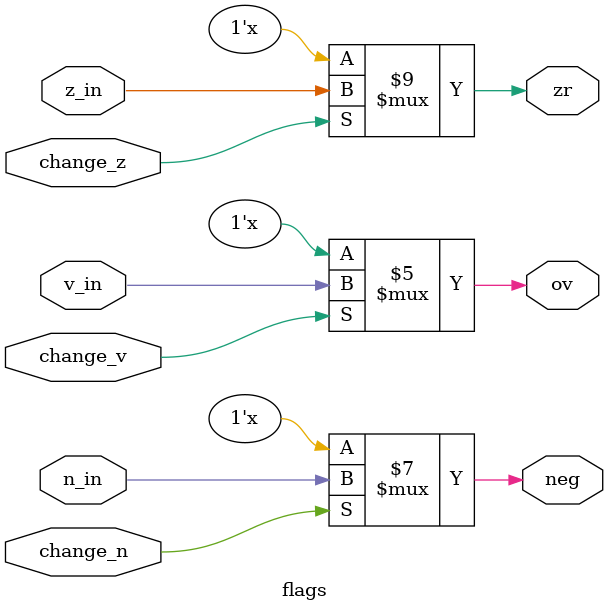
<source format=v>
module flags(zr, neg, ov, change_z, change_n, change_v, z_in, n_in, v_in);

  input change_z, change_n, change_v;
  input z_in, n_in, v_in;
  output reg zr, neg, ov;

  always@(z_in, n_in, v_in) begin
    if(change_z == 1'b1) zr  <= z_in;
    if(change_n == 1'b1) neg <= n_in;
    if(change_v == 1'b1) ov  <= v_in;
  end

endmodule
</source>
